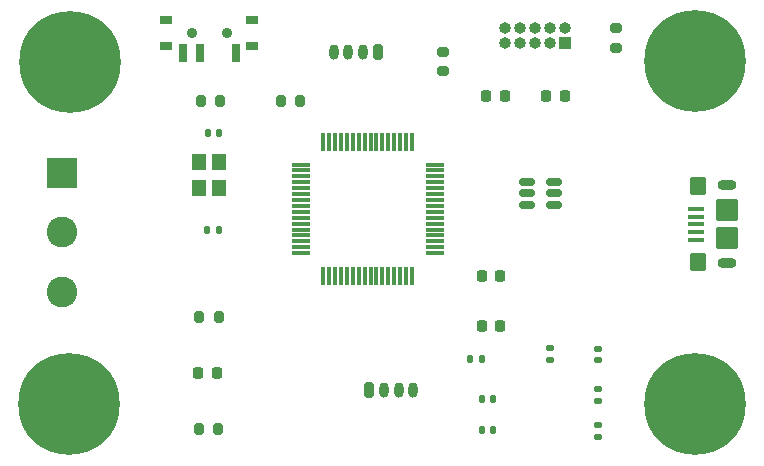
<source format=gbr>
%TF.GenerationSoftware,KiCad,Pcbnew,8.0.4*%
%TF.CreationDate,2024-07-31T13:10:52-04:00*%
%TF.ProjectId,STM32F405RGT6,53544d33-3246-4343-9035-524754362e6b,rev?*%
%TF.SameCoordinates,Original*%
%TF.FileFunction,Soldermask,Top*%
%TF.FilePolarity,Negative*%
%FSLAX46Y46*%
G04 Gerber Fmt 4.6, Leading zero omitted, Abs format (unit mm)*
G04 Created by KiCad (PCBNEW 8.0.4) date 2024-07-31 13:10:52*
%MOMM*%
%LPD*%
G01*
G04 APERTURE LIST*
G04 Aperture macros list*
%AMRoundRect*
0 Rectangle with rounded corners*
0 $1 Rounding radius*
0 $2 $3 $4 $5 $6 $7 $8 $9 X,Y pos of 4 corners*
0 Add a 4 corners polygon primitive as box body*
4,1,4,$2,$3,$4,$5,$6,$7,$8,$9,$2,$3,0*
0 Add four circle primitives for the rounded corners*
1,1,$1+$1,$2,$3*
1,1,$1+$1,$4,$5*
1,1,$1+$1,$6,$7*
1,1,$1+$1,$8,$9*
0 Add four rect primitives between the rounded corners*
20,1,$1+$1,$2,$3,$4,$5,0*
20,1,$1+$1,$4,$5,$6,$7,0*
20,1,$1+$1,$6,$7,$8,$9,0*
20,1,$1+$1,$8,$9,$2,$3,0*%
G04 Aperture macros list end*
%ADD10R,1.200000X1.400000*%
%ADD11RoundRect,0.150000X0.512500X0.150000X-0.512500X0.150000X-0.512500X-0.150000X0.512500X-0.150000X0*%
%ADD12RoundRect,0.075000X-0.700000X-0.075000X0.700000X-0.075000X0.700000X0.075000X-0.700000X0.075000X0*%
%ADD13RoundRect,0.075000X-0.075000X-0.700000X0.075000X-0.700000X0.075000X0.700000X-0.075000X0.700000X0*%
%ADD14R,1.000000X0.800000*%
%ADD15C,0.900000*%
%ADD16R,0.700000X1.500000*%
%ADD17RoundRect,0.200000X0.200000X0.275000X-0.200000X0.275000X-0.200000X-0.275000X0.200000X-0.275000X0*%
%ADD18RoundRect,0.200000X0.275000X-0.200000X0.275000X0.200000X-0.275000X0.200000X-0.275000X-0.200000X0*%
%ADD19RoundRect,0.200000X-0.200000X-0.275000X0.200000X-0.275000X0.200000X0.275000X-0.200000X0.275000X0*%
%ADD20RoundRect,0.147500X0.147500X0.172500X-0.147500X0.172500X-0.147500X-0.172500X0.147500X-0.172500X0*%
%ADD21RoundRect,0.100000X0.575000X-0.100000X0.575000X0.100000X-0.575000X0.100000X-0.575000X-0.100000X0*%
%ADD22O,1.600000X0.900000*%
%ADD23RoundRect,0.250000X0.450000X-0.550000X0.450000X0.550000X-0.450000X0.550000X-0.450000X-0.550000X0*%
%ADD24RoundRect,0.250000X0.700000X-0.700000X0.700000X0.700000X-0.700000X0.700000X-0.700000X-0.700000X0*%
%ADD25RoundRect,0.200000X-0.200000X-0.450000X0.200000X-0.450000X0.200000X0.450000X-0.200000X0.450000X0*%
%ADD26O,0.800000X1.300000*%
%ADD27RoundRect,0.200000X0.200000X0.450000X-0.200000X0.450000X-0.200000X-0.450000X0.200000X-0.450000X0*%
%ADD28R,1.000000X1.000000*%
%ADD29O,1.000000X1.000000*%
%ADD30R,2.600000X2.600000*%
%ADD31C,2.600000*%
%ADD32C,8.600000*%
%ADD33RoundRect,0.218750X-0.218750X-0.256250X0.218750X-0.256250X0.218750X0.256250X-0.218750X0.256250X0*%
%ADD34RoundRect,0.140000X0.140000X0.170000X-0.140000X0.170000X-0.140000X-0.170000X0.140000X-0.170000X0*%
%ADD35RoundRect,0.140000X-0.140000X-0.170000X0.140000X-0.170000X0.140000X0.170000X-0.140000X0.170000X0*%
%ADD36RoundRect,0.225000X0.225000X0.250000X-0.225000X0.250000X-0.225000X-0.250000X0.225000X-0.250000X0*%
%ADD37RoundRect,0.140000X0.170000X-0.140000X0.170000X0.140000X-0.170000X0.140000X-0.170000X-0.140000X0*%
%ADD38RoundRect,0.140000X-0.170000X0.140000X-0.170000X-0.140000X0.170000X-0.140000X0.170000X0.140000X0*%
%ADD39RoundRect,0.225000X-0.225000X-0.250000X0.225000X-0.250000X0.225000X0.250000X-0.225000X0.250000X0*%
G04 APERTURE END LIST*
D10*
%TO.C,Y1*%
X90400000Y-87240000D03*
X90400000Y-85040000D03*
X88700000Y-85040000D03*
X88700000Y-87240000D03*
%TD*%
D11*
%TO.C,U2*%
X118750000Y-88650000D03*
X118750000Y-87700000D03*
X118750000Y-86750000D03*
X116475000Y-86750000D03*
X116475000Y-87700000D03*
X116475000Y-88650000D03*
%TD*%
D12*
%TO.C,U1*%
X97325000Y-85250000D03*
X97325000Y-85750000D03*
X97325000Y-86250000D03*
X97325000Y-86750000D03*
X97325000Y-87250000D03*
X97325000Y-87750000D03*
X97325000Y-88250000D03*
X97325000Y-88750000D03*
X97325000Y-89250000D03*
X97325000Y-89750000D03*
X97325000Y-90250000D03*
X97325000Y-90750000D03*
X97325000Y-91250000D03*
X97325000Y-91750000D03*
X97325000Y-92250000D03*
X97325000Y-92750000D03*
D13*
X99250000Y-94675000D03*
X99750000Y-94675000D03*
X100250000Y-94675000D03*
X100750000Y-94675000D03*
X101250000Y-94675000D03*
X101750000Y-94675000D03*
X102250000Y-94675000D03*
X102750000Y-94675000D03*
X103250000Y-94675000D03*
X103750000Y-94675000D03*
X104250000Y-94675000D03*
X104750000Y-94675000D03*
X105250000Y-94675000D03*
X105750000Y-94675000D03*
X106250000Y-94675000D03*
X106750000Y-94675000D03*
D12*
X108675000Y-92750000D03*
X108675000Y-92250000D03*
X108675000Y-91750000D03*
X108675000Y-91250000D03*
X108675000Y-90750000D03*
X108675000Y-90250000D03*
X108675000Y-89750000D03*
X108675000Y-89250000D03*
X108675000Y-88750000D03*
X108675000Y-88250000D03*
X108675000Y-87750000D03*
X108675000Y-87250000D03*
X108675000Y-86750000D03*
X108675000Y-86250000D03*
X108675000Y-85750000D03*
X108675000Y-85250000D03*
D13*
X106750000Y-83325000D03*
X106250000Y-83325000D03*
X105750000Y-83325000D03*
X105250000Y-83325000D03*
X104750000Y-83325000D03*
X104250000Y-83325000D03*
X103750000Y-83325000D03*
X103250000Y-83325000D03*
X102750000Y-83325000D03*
X102250000Y-83325000D03*
X101750000Y-83325000D03*
X101250000Y-83325000D03*
X100750000Y-83325000D03*
X100250000Y-83325000D03*
X99750000Y-83325000D03*
X99250000Y-83325000D03*
%TD*%
D14*
%TO.C,SW1*%
X93250000Y-75180000D03*
X93250000Y-72970000D03*
D15*
X91100000Y-74070000D03*
X88100000Y-74070000D03*
D14*
X85950000Y-75180000D03*
X85950000Y-72970000D03*
D16*
X91850000Y-75830000D03*
X88850000Y-75830000D03*
X87350000Y-75830000D03*
%TD*%
D17*
%TO.C,R6*%
X97306400Y-79883000D03*
X95656400Y-79883000D03*
%TD*%
D18*
%TO.C,R5*%
X109375000Y-77350000D03*
X109375000Y-75700000D03*
%TD*%
%TO.C,R4*%
X124000000Y-75375000D03*
X124000000Y-73725000D03*
%TD*%
D17*
%TO.C,R3*%
X90346900Y-107619800D03*
X88696900Y-107619800D03*
%TD*%
D19*
%TO.C,R2*%
X88748600Y-98120200D03*
X90398600Y-98120200D03*
%TD*%
D17*
%TO.C,R1*%
X90525600Y-79908400D03*
X88875600Y-79908400D03*
%TD*%
D20*
%TO.C,L1*%
X112676800Y-101701600D03*
X111706800Y-101701600D03*
%TD*%
D21*
%TO.C,J5*%
X130775000Y-91600000D03*
X130775000Y-90950000D03*
X130775000Y-90300000D03*
X130775000Y-89650000D03*
X130775000Y-89000000D03*
D22*
X133450000Y-93600000D03*
D23*
X131000000Y-93500000D03*
D24*
X133450000Y-91500000D03*
X133450000Y-89100000D03*
D23*
X131000000Y-87100000D03*
D22*
X133450000Y-87000000D03*
%TD*%
D25*
%TO.C,J4*%
X103125000Y-104300000D03*
D26*
X104375000Y-104300000D03*
X105625000Y-104300000D03*
X106875000Y-104300000D03*
%TD*%
D27*
%TO.C,J3*%
X103875000Y-75700000D03*
D26*
X102625000Y-75700000D03*
X101375000Y-75700000D03*
X100125000Y-75700000D03*
%TD*%
D28*
%TO.C,J2*%
X119680000Y-75000000D03*
D29*
X119680000Y-73730000D03*
X118410000Y-75000000D03*
X118410000Y-73730000D03*
X117140000Y-75000000D03*
X117140000Y-73730000D03*
X115870000Y-75000000D03*
X115870000Y-73730000D03*
X114600000Y-75000000D03*
X114600000Y-73730000D03*
%TD*%
D30*
%TO.C,J1*%
X77100000Y-86000000D03*
D31*
X77100000Y-91000000D03*
X77100000Y-96000000D03*
%TD*%
D15*
%TO.C,H4*%
X74494581Y-105530419D03*
X75439162Y-103250000D03*
X75439162Y-107810838D03*
X77719581Y-102305419D03*
D32*
X77719581Y-105530419D03*
D15*
X77719581Y-108755419D03*
X80000000Y-103250000D03*
X80000000Y-107810838D03*
X80944581Y-105530419D03*
%TD*%
%TO.C,H3*%
X127494581Y-105530419D03*
X128439162Y-103250000D03*
X128439162Y-107810838D03*
X130719581Y-102305419D03*
D32*
X130719581Y-105530419D03*
D15*
X130719581Y-108755419D03*
X133000000Y-103250000D03*
X133000000Y-107810838D03*
X133944581Y-105530419D03*
%TD*%
%TO.C,H2*%
X127525000Y-76500000D03*
X128469581Y-74219581D03*
X128469581Y-78780419D03*
X130750000Y-73275000D03*
D32*
X130750000Y-76500000D03*
D15*
X130750000Y-79725000D03*
X133030419Y-74219581D03*
X133030419Y-78780419D03*
X133975000Y-76500000D03*
%TD*%
%TO.C,H1*%
X74550000Y-76530419D03*
X75494581Y-74250000D03*
X75494581Y-78810838D03*
X77775000Y-73305419D03*
D32*
X77775000Y-76530419D03*
D15*
X77775000Y-79755419D03*
X80055419Y-74250000D03*
X80055419Y-78810838D03*
X81000000Y-76530419D03*
%TD*%
D33*
%TO.C,D1*%
X88671300Y-102895400D03*
X90246300Y-102895400D03*
%TD*%
D34*
%TO.C,C12*%
X90400000Y-90775000D03*
X89440000Y-90775000D03*
%TD*%
D35*
%TO.C,C11*%
X89464000Y-82575400D03*
X90424000Y-82575400D03*
%TD*%
D36*
%TO.C,C10*%
X119675000Y-79425000D03*
X118125000Y-79425000D03*
%TD*%
D37*
%TO.C,C9*%
X122500000Y-108298000D03*
X122500000Y-107338000D03*
%TD*%
D38*
%TO.C,C8*%
X122500000Y-104290000D03*
X122500000Y-105250000D03*
%TD*%
D37*
%TO.C,C7*%
X122500000Y-101823600D03*
X122500000Y-100863600D03*
%TD*%
%TO.C,C6*%
X118461400Y-101772800D03*
X118461400Y-100812800D03*
%TD*%
D35*
%TO.C,C5*%
X112651600Y-107721400D03*
X113611600Y-107721400D03*
%TD*%
%TO.C,C4*%
X112679600Y-105079800D03*
X113639600Y-105079800D03*
%TD*%
D39*
%TO.C,C3*%
X112699200Y-98933000D03*
X114249200Y-98933000D03*
%TD*%
%TO.C,C2*%
X112699200Y-94665800D03*
X114249200Y-94665800D03*
%TD*%
%TO.C,C1*%
X113050000Y-79425000D03*
X114600000Y-79425000D03*
%TD*%
M02*

</source>
